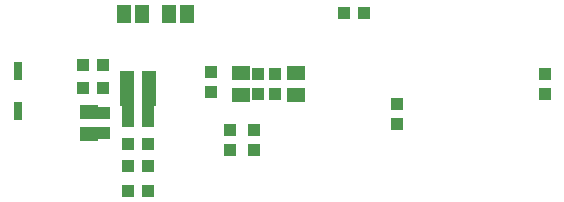
<source format=gbr>
G04 EAGLE Gerber RS-274X export*
G75*
%MOMM*%
%FSLAX34Y34*%
%LPD*%
%INSolderpaste Bottom*%
%IPPOS*%
%AMOC8*
5,1,8,0,0,1.08239X$1,22.5*%
G01*
%ADD10R,1.000000X1.100000*%
%ADD11R,1.500000X1.300000*%
%ADD12R,1.100000X1.000000*%
%ADD13R,1.300000X1.500000*%
%ADD14R,1.168400X1.600200*%
%ADD15R,0.800000X1.600000*%


D10*
X-23813Y164075D03*
X-23813Y147075D03*
D11*
X-6350Y165075D03*
X-6350Y146075D03*
D10*
X-38100Y164075D03*
X-38100Y147075D03*
D11*
X-52388Y165075D03*
X-52388Y146075D03*
D10*
X-169300Y171450D03*
X-186300Y171450D03*
D12*
X-77788Y148663D03*
X-77788Y165663D03*
D10*
X-169300Y152400D03*
X-186300Y152400D03*
D12*
X79375Y138675D03*
X79375Y121675D03*
X-131200Y104775D03*
X-148200Y104775D03*
D13*
X-130200Y144463D03*
X-149200Y144463D03*
D10*
X204788Y164075D03*
X204788Y147075D03*
X-131200Y65088D03*
X-148200Y65088D03*
X-131200Y85725D03*
X-148200Y85725D03*
D11*
X-180975Y131738D03*
X-180975Y112738D03*
D12*
X-131200Y123825D03*
X-148200Y123825D03*
D13*
X-130200Y158750D03*
X-149200Y158750D03*
D12*
X-131200Y133350D03*
X-148200Y133350D03*
D10*
X-168275Y130738D03*
X-168275Y113738D03*
X-41275Y116450D03*
X-41275Y99450D03*
D14*
X-136843Y214313D03*
X-152083Y214313D03*
X-98743Y214313D03*
X-113983Y214313D03*
D12*
X-61913Y116450D03*
X-61913Y99450D03*
D15*
X-241300Y132225D03*
X-241300Y166225D03*
D10*
X51363Y215900D03*
X34363Y215900D03*
M02*

</source>
